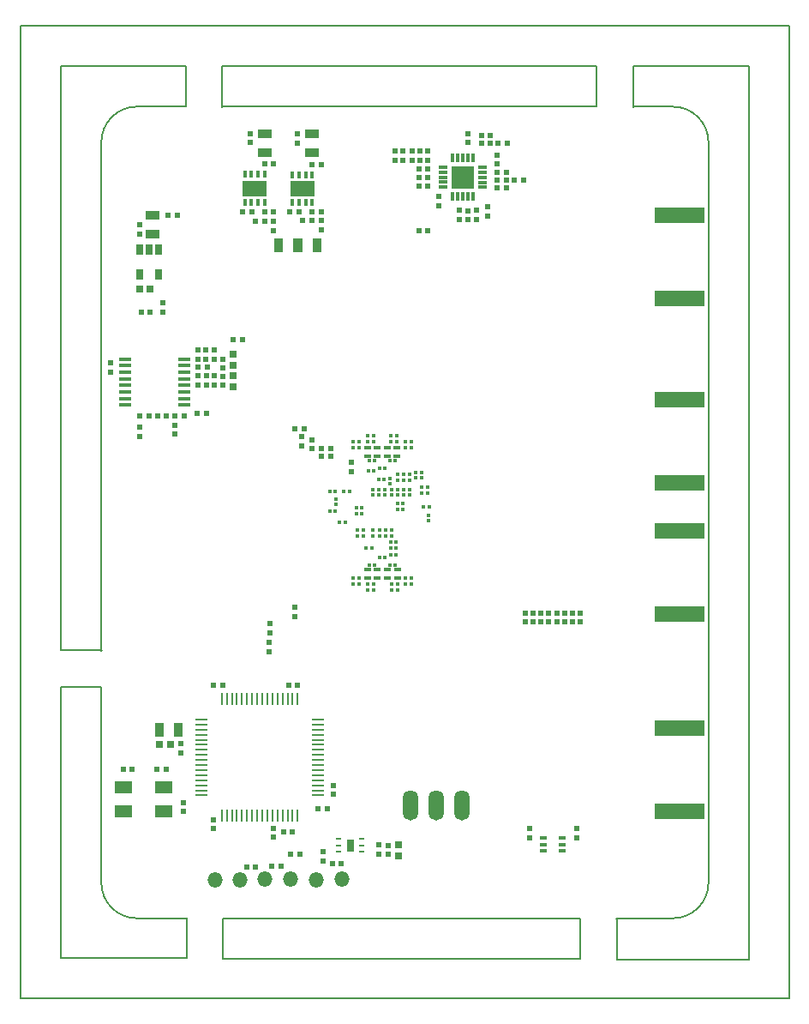
<source format=gbp>
G04 #@! TF.FileFunction,Paste,Bot*
%FSLAX46Y46*%
G04 Gerber Fmt 4.6, Leading zero omitted, Abs format (unit mm)*
G04 Created by KiCad (PCBNEW 4.0.7-e2-6376~61~ubuntu18.04.1) date Mon Jul 28 12:50:59 2025*
%MOMM*%
%LPD*%
G01*
G04 APERTURE LIST*
%ADD10C,0.150000*%
%ADD11C,0.200000*%
%ADD12R,1.300000X0.400000*%
%ADD13R,0.600000X0.250000*%
%ADD14R,0.750000X1.200000*%
%ADD15R,0.495300X0.495300*%
%ADD16R,0.899160X1.399540*%
%ADD17R,1.399540X0.899160*%
%ADD18R,2.350000X1.600000*%
%ADD19R,0.300000X0.650000*%
%ADD20R,0.797560X0.698500*%
%ADD21R,0.299720X0.949960*%
%ADD22R,0.949960X0.299720*%
%ADD23R,2.250440X2.250440*%
%ADD24R,0.698500X0.797560*%
%ADD25O,1.524000X2.994660*%
%ADD26R,1.800000X1.200000*%
%ADD27R,0.270000X1.170000*%
%ADD28R,1.170000X0.270000*%
%ADD29R,0.700000X1.000000*%
%ADD30R,5.000000X1.496060*%
%ADD31R,0.300000X0.350000*%
%ADD32R,0.350000X0.300000*%
%ADD33R,0.657860X0.355600*%
%ADD34O,1.500000X1.500000*%
%ADD35R,0.660000X0.300000*%
G04 APERTURE END LIST*
D10*
D11*
X103057960Y-146451320D02*
X103080820Y-146451320D01*
X103057960Y-50419000D02*
X103057960Y-146451320D01*
X103060500Y-50416460D02*
X103060500Y-50449480D01*
X178968400Y-50416460D02*
X103060500Y-50416460D01*
X178968400Y-50464720D02*
X178968400Y-50416460D01*
X178968400Y-146451320D02*
X178968400Y-50464720D01*
X103060500Y-146451320D02*
X178968400Y-146451320D01*
X174990760Y-59098180D02*
X175021240Y-59098180D01*
X174980600Y-135610600D02*
X175011080Y-135610600D01*
X109440980Y-146453860D02*
X109440980Y-146423380D01*
X103024940Y-135171180D02*
X103055420Y-135171180D01*
X103035100Y-58658760D02*
X103065580Y-58658760D01*
X173918880Y-50416460D02*
X173918880Y-50446940D01*
X112339120Y-50391060D02*
X112339120Y-50421540D01*
X107020360Y-115686840D02*
X107015280Y-115686840D01*
X107020360Y-142471140D02*
X107020360Y-115686840D01*
X119473980Y-142471140D02*
X107020360Y-142471140D01*
X107015280Y-115686840D02*
X107015280Y-142311120D01*
X107035600Y-112087660D02*
X107027980Y-112087660D01*
X107035600Y-54394100D02*
X107035600Y-112087660D01*
X119402860Y-54394100D02*
X107035600Y-54394100D01*
X122989340Y-54394100D02*
X122989340Y-54424580D01*
X159984440Y-54394100D02*
X122989340Y-54394100D01*
X163581080Y-54416960D02*
X163581080Y-54432200D01*
X174983140Y-54416960D02*
X163581080Y-54416960D01*
X174983140Y-142575280D02*
X174983140Y-54416960D01*
X174983140Y-142580360D02*
X161945320Y-142580360D01*
X174983140Y-134713980D02*
X174983140Y-142580360D01*
X123068080Y-142476220D02*
X123068080Y-142483840D01*
X158335980Y-142519400D02*
X123070620Y-142519400D01*
X161932620Y-138523980D02*
X161932620Y-138529060D01*
X167510460Y-138523980D02*
X161932620Y-138523980D01*
X122994420Y-58392060D02*
X122994420Y-58397140D01*
X159989520Y-58392060D02*
X122994420Y-58392060D01*
X163586160Y-58402220D02*
X163586160Y-58392060D01*
X167497760Y-58402220D02*
X163586160Y-58402220D01*
X119402860Y-58397140D02*
X114523520Y-58397140D01*
X119473980Y-138523980D02*
X119473980Y-138526520D01*
X114551460Y-138523980D02*
X119473980Y-138523980D01*
X161948640Y-142583520D02*
X161948640Y-138583520D01*
X158334220Y-142517480D02*
X158334220Y-138517480D01*
X158335980Y-138529060D02*
X137594340Y-138529060D01*
X161935160Y-138526520D02*
X161935160Y-138529060D01*
X159985220Y-58395220D02*
X159985220Y-54395220D01*
X163581860Y-58423160D02*
X163581860Y-54423160D01*
X163583620Y-58394600D02*
X163583620Y-58392060D01*
X123070620Y-138521440D02*
X123070620Y-138523980D01*
X151724360Y-138521440D02*
X123070620Y-138521440D01*
X111031020Y-115684300D02*
X111036100Y-115684300D01*
X111031020Y-135016240D02*
X111031020Y-115684300D01*
X111033560Y-112097820D02*
X111036100Y-112097820D01*
X111033560Y-61899800D02*
X111033560Y-112097820D01*
X122996960Y-58399680D02*
X122996960Y-58397140D01*
X111055770Y-112088150D02*
X107055770Y-112088150D01*
X111010050Y-115687330D02*
X107010050Y-115687330D01*
X119469680Y-142471760D02*
X119469680Y-138471760D01*
X123068860Y-142517480D02*
X123068860Y-138517480D01*
X122990120Y-58413000D02*
X122990120Y-54413000D01*
X119398560Y-58400300D02*
X119398560Y-54400300D01*
X111031830Y-135023010D02*
G75*
G03X114534130Y-138520710I3500000J2300D01*
G01*
X167515960Y-138521900D02*
G75*
G03X171013660Y-135019600I-2300J3500000D01*
G01*
X114530720Y-58399220D02*
G75*
G03X111033020Y-61901520I2300J-3500000D01*
G01*
X171011040Y-61899380D02*
G75*
G03X167508740Y-58401680I-3500000J-2300D01*
G01*
X171013120Y-61905020D02*
X171013120Y-135000000D01*
D12*
X113395300Y-85906180D03*
X113395300Y-85256180D03*
X113395300Y-86556180D03*
X113395300Y-87206180D03*
X113395300Y-87856180D03*
X113395300Y-84606180D03*
X113395300Y-83956180D03*
X113395300Y-83306180D03*
X119195300Y-87856180D03*
X119195300Y-83306180D03*
X119195300Y-83956180D03*
X119195300Y-84606180D03*
X119195300Y-87206180D03*
X119195300Y-86556180D03*
X119195300Y-85256180D03*
X119195300Y-85906180D03*
D13*
X134472900Y-130670680D03*
X134472900Y-131320680D03*
X134472900Y-131970680D03*
X136772900Y-131970680D03*
X136772900Y-131320680D03*
X136772900Y-130670680D03*
D14*
X135622900Y-131320680D03*
D15*
X132749570Y-69628710D03*
X132749570Y-70527870D03*
X131849150Y-69628290D03*
X130949990Y-69628290D03*
X127169150Y-69698290D03*
X126269990Y-69698290D03*
X125879150Y-68803290D03*
X124979990Y-68803290D03*
X127170420Y-64050000D03*
X128069580Y-64050000D03*
X125709570Y-61048710D03*
X125709570Y-61947870D03*
X128069570Y-69703710D03*
X128069570Y-70602870D03*
X131850420Y-64100000D03*
X132749580Y-64100000D03*
X130414570Y-61068710D03*
X130414570Y-61967870D03*
X130559150Y-68803290D03*
X129659990Y-68803290D03*
X127169990Y-68818290D03*
X128069150Y-68818290D03*
X131859990Y-68798290D03*
X132759150Y-68798290D03*
D16*
X130454570Y-72065790D03*
X128549570Y-72065790D03*
X130429570Y-72065790D03*
X132334570Y-72065790D03*
D17*
X127164570Y-61045790D03*
X127164570Y-62950790D03*
X131859570Y-61065790D03*
X131859570Y-62970790D03*
D18*
X126194570Y-66463290D03*
D19*
X125869570Y-65088290D03*
X126519570Y-65088290D03*
X127169570Y-65088290D03*
X125219090Y-65088290D03*
X125219090Y-67838290D03*
X127169810Y-67838290D03*
X126519570Y-67838290D03*
X125869570Y-67838290D03*
D18*
X130884570Y-66483290D03*
D19*
X130559570Y-65108290D03*
X131209570Y-65108290D03*
X131859570Y-65108290D03*
X129909090Y-65108290D03*
X129909090Y-67858290D03*
X131859810Y-67858290D03*
X131209570Y-67858290D03*
X130559570Y-67858290D03*
D15*
X120575300Y-82406600D03*
X120575300Y-83305760D03*
X121400300Y-85890760D03*
X121400300Y-84991600D03*
X120570300Y-85890760D03*
X120570300Y-84991600D03*
X122220300Y-84991600D03*
X122220300Y-85890760D03*
X119184880Y-88946180D03*
X118285720Y-88946180D03*
X115744880Y-88946180D03*
X114845720Y-88946180D03*
X124975620Y-81409540D03*
X124076460Y-81409540D03*
X117479880Y-88946180D03*
X116580720Y-88946180D03*
X118285260Y-89824560D03*
X118285260Y-90723720D03*
X120525540Y-88666320D03*
X121424700Y-88666320D03*
X121474880Y-84136180D03*
X120575720Y-84136180D03*
X111932720Y-83708240D03*
X111932720Y-84607400D03*
X122185300Y-83305760D03*
X122185300Y-82406600D03*
X121370300Y-83305760D03*
X121370300Y-82406600D03*
X114850000Y-90030420D03*
X114850000Y-90929580D03*
X123035300Y-85900760D03*
X123035300Y-85001600D03*
X123045220Y-83309460D03*
X123045220Y-84208620D03*
D20*
X124068840Y-82821780D03*
X124068840Y-83913980D03*
X124079000Y-84988400D03*
X124079000Y-86080600D03*
D21*
X147726900Y-63436120D03*
X147229060Y-63436120D03*
X146728680Y-63436120D03*
X146228300Y-63436120D03*
X145727920Y-63436120D03*
D22*
X144808440Y-64355600D03*
X144808440Y-64855980D03*
X144808440Y-65356360D03*
X144808440Y-65856740D03*
X144808440Y-66354580D03*
D21*
X145727920Y-67286760D03*
X146228300Y-67286760D03*
X146728680Y-67286760D03*
X147229060Y-67286760D03*
X147726900Y-67286760D03*
D22*
X148659080Y-66364740D03*
X148659080Y-65866900D03*
X148659080Y-65366520D03*
X148659080Y-64866140D03*
X148659080Y-64365760D03*
D23*
X146736300Y-65366520D03*
D15*
X150146720Y-66431520D03*
X151045880Y-66431520D03*
X151150880Y-62001520D03*
X150251720Y-62001520D03*
X149465880Y-61216520D03*
X148566720Y-61216520D03*
X149465880Y-61986520D03*
X148566720Y-61986520D03*
X150146720Y-64861520D03*
X151045880Y-64861520D03*
X144350000Y-68149580D03*
X144350000Y-67250420D03*
X142386720Y-65356520D03*
X143285880Y-65356520D03*
X147251300Y-68656940D03*
X147251300Y-69556100D03*
X148101300Y-68651940D03*
X148101300Y-69551100D03*
X146406300Y-68651940D03*
X146406300Y-69551100D03*
X143285880Y-64531520D03*
X142386720Y-64531520D03*
X147230000Y-61949580D03*
X147230000Y-61050420D03*
X150141300Y-64061100D03*
X150141300Y-63161940D03*
X149201300Y-69196100D03*
X149201300Y-68296940D03*
X142386720Y-66201520D03*
X143285880Y-66201520D03*
X151045880Y-65636520D03*
X150146720Y-65636520D03*
X152760880Y-65636520D03*
X151861720Y-65636520D03*
X140011300Y-63681100D03*
X140011300Y-62781940D03*
X141710880Y-63686520D03*
X140811720Y-63686520D03*
X141725880Y-62796520D03*
X140826720Y-62796520D03*
X142496300Y-63691100D03*
X142496300Y-62791940D03*
X143281300Y-63691100D03*
X143281300Y-62791940D03*
X142400420Y-70670000D03*
X143299580Y-70670000D03*
X132430420Y-127680000D03*
X133329580Y-127680000D03*
X127650000Y-110329580D03*
X127650000Y-109430420D03*
X127620000Y-111280420D03*
X127620000Y-112179580D03*
X130419580Y-115520000D03*
X129520420Y-115520000D03*
X123029580Y-115550000D03*
X122130420Y-115550000D03*
X122100340Y-128778000D03*
X122100340Y-129677160D03*
X129032980Y-130023440D03*
X129932140Y-130023440D03*
X139361780Y-131310520D03*
X139361780Y-132209680D03*
X138475320Y-131302900D03*
X138475320Y-132202060D03*
X114098940Y-123802400D03*
X113199780Y-123802400D03*
X119169360Y-127102820D03*
X119169360Y-128001980D03*
X132968600Y-131970920D03*
X132968600Y-132870080D03*
X153380000Y-130579580D03*
X153380000Y-129680420D03*
X157980000Y-130579580D03*
X157980000Y-129680420D03*
X118847320Y-121315640D03*
X118847320Y-122214800D03*
X116539780Y-123847400D03*
X117438940Y-123847400D03*
X128020000Y-130529580D03*
X128020000Y-129630420D03*
D20*
X140418420Y-131307980D03*
X140418420Y-132400180D03*
D24*
X117896100Y-121330000D03*
X116803900Y-121330000D03*
D16*
X116759820Y-119940220D03*
X118664820Y-119940220D03*
D25*
X146645000Y-127390000D03*
X141565000Y-127390000D03*
X144105000Y-127390000D03*
D26*
X113204360Y-125597400D03*
X117204360Y-125597400D03*
X117204360Y-127997400D03*
X113204360Y-127997400D03*
D27*
X130430520Y-128395740D03*
X129930520Y-128395740D03*
X129430520Y-128395740D03*
X128930520Y-128395740D03*
X128430520Y-128395740D03*
X127930520Y-128395740D03*
X127430520Y-128395740D03*
X126930520Y-128395740D03*
X122930520Y-128395740D03*
X123430520Y-128395740D03*
X123930520Y-128395740D03*
X124430520Y-128395740D03*
X124930520Y-128395740D03*
X125430520Y-128395740D03*
X125930520Y-128395740D03*
X126430520Y-128395740D03*
D28*
X132430520Y-122895740D03*
X132430520Y-123395740D03*
X132430520Y-123895740D03*
X132430520Y-124395740D03*
X132430520Y-124895740D03*
X132430520Y-125395740D03*
X132430520Y-125895740D03*
X132430520Y-126395740D03*
X132430520Y-122395740D03*
X132430520Y-121895740D03*
X132430520Y-121395740D03*
X132430520Y-120895740D03*
X132430520Y-120395740D03*
X132430520Y-119895740D03*
X132430520Y-119395740D03*
X132430520Y-118895740D03*
D27*
X126430520Y-116895740D03*
X125930520Y-116895740D03*
X125430520Y-116895740D03*
X124930520Y-116895740D03*
X124430520Y-116895740D03*
X123930520Y-116895740D03*
X123430520Y-116895740D03*
X122930520Y-116895740D03*
X126930520Y-116895740D03*
X127430520Y-116895740D03*
X127930520Y-116895740D03*
X128430520Y-116895740D03*
X128930520Y-116895740D03*
X129430520Y-116895740D03*
X129930520Y-116895740D03*
X130430520Y-116895740D03*
D28*
X120930520Y-118895740D03*
X120930520Y-119395740D03*
X120930520Y-119895740D03*
X120930520Y-120395740D03*
X120930520Y-120895740D03*
X120930520Y-121395740D03*
X120930520Y-121895740D03*
X120930520Y-122395740D03*
X120930520Y-126395740D03*
X120930520Y-125895740D03*
X120930520Y-125395740D03*
X120930520Y-124895740D03*
X120930520Y-124395740D03*
X120930520Y-123895740D03*
X120930520Y-123395740D03*
X120930520Y-122895740D03*
D15*
X155240000Y-109269580D03*
X155240000Y-108370420D03*
X154460000Y-109269580D03*
X154460000Y-108370420D03*
X153680000Y-109269580D03*
X153680000Y-108370420D03*
X152900000Y-109269580D03*
X152900000Y-108370420D03*
X158360000Y-109269580D03*
X158360000Y-108370420D03*
X157580000Y-109269580D03*
X157580000Y-108370420D03*
X156800000Y-109269580D03*
X156800000Y-108370420D03*
X156020000Y-109269580D03*
X156020000Y-108370420D03*
X130150000Y-108709580D03*
X130150000Y-107810420D03*
X114792730Y-70979010D03*
X114792730Y-70079850D03*
X117110000Y-77760420D03*
X117110000Y-78659580D03*
X117640420Y-69080000D03*
X118539580Y-69080000D03*
D24*
X114781710Y-76402050D03*
X115873910Y-76402050D03*
D17*
X116087730Y-69081930D03*
X116087730Y-70986930D03*
D29*
X114792810Y-74927050D03*
X116692810Y-74927050D03*
X116692810Y-72527050D03*
X114792810Y-72527050D03*
X115742810Y-72527050D03*
D15*
X125390420Y-133440000D03*
X126289580Y-133440000D03*
X134739580Y-133140000D03*
X133840420Y-133140000D03*
X133960000Y-126299580D03*
X133960000Y-125400420D03*
X128789580Y-133370000D03*
X127890420Y-133370000D03*
X130629580Y-132180000D03*
X129730420Y-132180000D03*
D30*
X168201340Y-77292640D03*
X168201340Y-69092640D03*
D15*
X132773420Y-92163900D03*
X133672580Y-92163900D03*
X130167380Y-90220800D03*
X131066540Y-90220800D03*
X132773420Y-92938600D03*
X133672580Y-92938600D03*
D31*
X138507520Y-94059280D03*
X139057520Y-94059280D03*
X135944660Y-105545160D03*
X136494660Y-105545160D03*
D32*
X143387540Y-98739820D03*
X143387540Y-99289820D03*
D33*
X137306780Y-92057760D03*
X137306780Y-92921360D03*
X138265580Y-92058140D03*
X138265580Y-92921740D03*
X139298140Y-92057760D03*
X139298140Y-92921360D03*
X140255720Y-92057760D03*
X140255720Y-92921360D03*
D32*
X140276300Y-96209580D03*
X140276300Y-96759580D03*
X140876300Y-95259580D03*
X140876300Y-94709580D03*
X140876300Y-96209580D03*
X140876300Y-96759580D03*
X141476300Y-95259580D03*
X141476300Y-94709580D03*
X141476300Y-96209580D03*
X141476300Y-96759580D03*
D31*
X138401300Y-95184580D03*
X138951300Y-95184580D03*
D32*
X139576300Y-95659580D03*
X139576300Y-95109580D03*
D31*
X137951300Y-94384580D03*
X137401300Y-94384580D03*
D32*
X137876300Y-96209580D03*
X137876300Y-96759580D03*
X138476300Y-96209580D03*
X138476300Y-96759580D03*
X139676300Y-96209580D03*
X139676300Y-96759580D03*
X139076300Y-96209580D03*
X139076300Y-96759580D03*
D31*
X140851300Y-97584580D03*
X140301300Y-97584580D03*
X140851300Y-98184580D03*
X140301300Y-98184580D03*
D32*
X142676300Y-95059580D03*
X142676300Y-94509580D03*
X142076300Y-95059580D03*
X142076300Y-94509580D03*
D31*
X143251300Y-95984580D03*
X142701300Y-95984580D03*
X143251300Y-96584580D03*
X142701300Y-96584580D03*
D32*
X140276300Y-95259580D03*
X140276300Y-94709580D03*
D31*
X141079840Y-92058140D03*
X141629840Y-92058140D03*
X136494660Y-92060300D03*
X135944660Y-92060300D03*
X141629840Y-91458140D03*
X141079840Y-91458140D03*
X135944680Y-91458140D03*
X136494680Y-91458140D03*
D32*
X140258140Y-91469080D03*
X140258140Y-90919080D03*
X139658140Y-91469080D03*
X139658140Y-90919080D03*
D15*
X135776300Y-93535000D03*
X135776300Y-94434160D03*
D31*
X135008920Y-96402360D03*
X135558920Y-96402360D03*
X133608920Y-96402360D03*
X134158920Y-96402360D03*
X134158920Y-98302360D03*
X133608920Y-98302360D03*
D32*
X134183920Y-97677360D03*
X134183920Y-97127360D03*
X136886460Y-100762120D03*
X136886460Y-100212120D03*
X136286460Y-100762120D03*
X136286460Y-100212120D03*
D31*
X137761460Y-101987120D03*
X137211460Y-101987120D03*
D32*
X139686460Y-100762120D03*
X139686460Y-100212120D03*
X139086460Y-100762120D03*
X139086460Y-100212120D03*
X138486460Y-100762120D03*
X138486460Y-100212120D03*
X137886460Y-100762120D03*
X137886460Y-100212120D03*
D31*
X139620040Y-102616540D03*
X140170040Y-102616540D03*
X139611460Y-101387120D03*
X140161460Y-101387120D03*
X139611460Y-101987120D03*
X140161460Y-101987120D03*
D33*
X140268420Y-104945720D03*
X140268420Y-104082120D03*
X139308300Y-104945720D03*
X139308300Y-104082120D03*
X137319480Y-104948260D03*
X137319480Y-104084660D03*
X138274520Y-104948260D03*
X138274520Y-104084660D03*
D32*
X139671520Y-105534320D03*
X139671520Y-106084320D03*
X137314400Y-105534320D03*
X137314400Y-106084320D03*
D31*
X141078000Y-104943180D03*
X141628000Y-104943180D03*
X136494660Y-104945720D03*
X135944660Y-104945720D03*
X141628000Y-105547700D03*
X141078000Y-105547700D03*
D32*
X140270960Y-105536860D03*
X140270960Y-106086860D03*
D31*
X136211460Y-98002360D03*
X136761460Y-98002360D03*
X136211460Y-98602360D03*
X136761460Y-98602360D03*
X135138300Y-99428840D03*
X134588300Y-99428840D03*
X142881400Y-97902300D03*
X143431400Y-97902300D03*
X139062600Y-102941660D03*
X138512600Y-102941660D03*
D32*
X137916380Y-105534320D03*
X137916380Y-106084320D03*
X137304240Y-91469160D03*
X137304240Y-90919160D03*
X137903680Y-91469160D03*
X137903680Y-90919160D03*
D15*
X130858260Y-91904820D03*
X130858260Y-91005660D03*
X131841240Y-92168980D03*
X131841240Y-91269820D03*
D30*
X168201340Y-95499360D03*
X168201340Y-87299360D03*
X168191180Y-108478760D03*
X168191180Y-100278760D03*
X168198800Y-127980880D03*
X168198800Y-119780880D03*
D15*
X114980420Y-78660000D03*
X115879580Y-78660000D03*
D34*
X122294460Y-134709000D03*
X124765880Y-134709000D03*
X127156020Y-134688680D03*
X129683320Y-134686140D03*
X132241100Y-134696300D03*
X134811580Y-134688680D03*
D31*
X138062380Y-103624380D03*
X137512380Y-103624380D03*
X137509840Y-93375480D03*
X138059840Y-93375480D03*
X140063900Y-103626920D03*
X139513900Y-103626920D03*
X139511360Y-93372940D03*
X140061360Y-93372940D03*
D35*
X156580000Y-130580000D03*
X156580000Y-131230000D03*
X156580000Y-131880000D03*
X154740000Y-131880000D03*
X154740000Y-131230000D03*
X154740000Y-130580000D03*
M02*

</source>
